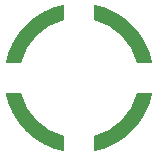
<source format=gbr>
%FSLAX34Y34*%%MOIN*%%AMTHERMAL*7,0,0,0.5,0.4,0.1,0*%%ADD10THERMAL*%D10*X0Y0D03*M02*
</source>
